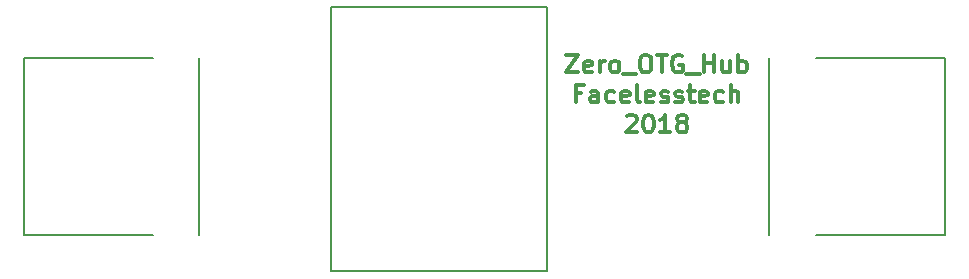
<source format=gbr>
G04 #@! TF.FileFunction,Legend,Top*
%FSLAX46Y46*%
G04 Gerber Fmt 4.6, Leading zero omitted, Abs format (unit mm)*
G04 Created by KiCad (PCBNEW 4.0.5+dfsg1-4) date Sat Aug 11 18:46:33 2018*
%MOMM*%
%LPD*%
G01*
G04 APERTURE LIST*
%ADD10C,0.100000*%
%ADD11C,0.300000*%
%ADD12C,0.150000*%
G04 APERTURE END LIST*
D10*
D11*
X165703572Y-93936429D02*
X165775001Y-93865000D01*
X165917858Y-93793571D01*
X166275001Y-93793571D01*
X166417858Y-93865000D01*
X166489287Y-93936429D01*
X166560715Y-94079286D01*
X166560715Y-94222143D01*
X166489287Y-94436429D01*
X165632144Y-95293571D01*
X166560715Y-95293571D01*
X167489286Y-93793571D02*
X167632143Y-93793571D01*
X167775000Y-93865000D01*
X167846429Y-93936429D01*
X167917858Y-94079286D01*
X167989286Y-94365000D01*
X167989286Y-94722143D01*
X167917858Y-95007857D01*
X167846429Y-95150714D01*
X167775000Y-95222143D01*
X167632143Y-95293571D01*
X167489286Y-95293571D01*
X167346429Y-95222143D01*
X167275000Y-95150714D01*
X167203572Y-95007857D01*
X167132143Y-94722143D01*
X167132143Y-94365000D01*
X167203572Y-94079286D01*
X167275000Y-93936429D01*
X167346429Y-93865000D01*
X167489286Y-93793571D01*
X169417857Y-95293571D02*
X168560714Y-95293571D01*
X168989286Y-95293571D02*
X168989286Y-93793571D01*
X168846429Y-94007857D01*
X168703571Y-94150714D01*
X168560714Y-94222143D01*
X170275000Y-94436429D02*
X170132142Y-94365000D01*
X170060714Y-94293571D01*
X169989285Y-94150714D01*
X169989285Y-94079286D01*
X170060714Y-93936429D01*
X170132142Y-93865000D01*
X170275000Y-93793571D01*
X170560714Y-93793571D01*
X170703571Y-93865000D01*
X170775000Y-93936429D01*
X170846428Y-94079286D01*
X170846428Y-94150714D01*
X170775000Y-94293571D01*
X170703571Y-94365000D01*
X170560714Y-94436429D01*
X170275000Y-94436429D01*
X170132142Y-94507857D01*
X170060714Y-94579286D01*
X169989285Y-94722143D01*
X169989285Y-95007857D01*
X170060714Y-95150714D01*
X170132142Y-95222143D01*
X170275000Y-95293571D01*
X170560714Y-95293571D01*
X170703571Y-95222143D01*
X170775000Y-95150714D01*
X170846428Y-95007857D01*
X170846428Y-94722143D01*
X170775000Y-94579286D01*
X170703571Y-94507857D01*
X170560714Y-94436429D01*
X161882144Y-91967857D02*
X161382144Y-91967857D01*
X161382144Y-92753571D02*
X161382144Y-91253571D01*
X162096430Y-91253571D01*
X163310715Y-92753571D02*
X163310715Y-91967857D01*
X163239286Y-91825000D01*
X163096429Y-91753571D01*
X162810715Y-91753571D01*
X162667858Y-91825000D01*
X163310715Y-92682143D02*
X163167858Y-92753571D01*
X162810715Y-92753571D01*
X162667858Y-92682143D01*
X162596429Y-92539286D01*
X162596429Y-92396429D01*
X162667858Y-92253571D01*
X162810715Y-92182143D01*
X163167858Y-92182143D01*
X163310715Y-92110714D01*
X164667858Y-92682143D02*
X164525001Y-92753571D01*
X164239287Y-92753571D01*
X164096429Y-92682143D01*
X164025001Y-92610714D01*
X163953572Y-92467857D01*
X163953572Y-92039286D01*
X164025001Y-91896429D01*
X164096429Y-91825000D01*
X164239287Y-91753571D01*
X164525001Y-91753571D01*
X164667858Y-91825000D01*
X165882143Y-92682143D02*
X165739286Y-92753571D01*
X165453572Y-92753571D01*
X165310715Y-92682143D01*
X165239286Y-92539286D01*
X165239286Y-91967857D01*
X165310715Y-91825000D01*
X165453572Y-91753571D01*
X165739286Y-91753571D01*
X165882143Y-91825000D01*
X165953572Y-91967857D01*
X165953572Y-92110714D01*
X165239286Y-92253571D01*
X166810715Y-92753571D02*
X166667857Y-92682143D01*
X166596429Y-92539286D01*
X166596429Y-91253571D01*
X167953571Y-92682143D02*
X167810714Y-92753571D01*
X167525000Y-92753571D01*
X167382143Y-92682143D01*
X167310714Y-92539286D01*
X167310714Y-91967857D01*
X167382143Y-91825000D01*
X167525000Y-91753571D01*
X167810714Y-91753571D01*
X167953571Y-91825000D01*
X168025000Y-91967857D01*
X168025000Y-92110714D01*
X167310714Y-92253571D01*
X168596428Y-92682143D02*
X168739285Y-92753571D01*
X169025000Y-92753571D01*
X169167857Y-92682143D01*
X169239285Y-92539286D01*
X169239285Y-92467857D01*
X169167857Y-92325000D01*
X169025000Y-92253571D01*
X168810714Y-92253571D01*
X168667857Y-92182143D01*
X168596428Y-92039286D01*
X168596428Y-91967857D01*
X168667857Y-91825000D01*
X168810714Y-91753571D01*
X169025000Y-91753571D01*
X169167857Y-91825000D01*
X169810714Y-92682143D02*
X169953571Y-92753571D01*
X170239286Y-92753571D01*
X170382143Y-92682143D01*
X170453571Y-92539286D01*
X170453571Y-92467857D01*
X170382143Y-92325000D01*
X170239286Y-92253571D01*
X170025000Y-92253571D01*
X169882143Y-92182143D01*
X169810714Y-92039286D01*
X169810714Y-91967857D01*
X169882143Y-91825000D01*
X170025000Y-91753571D01*
X170239286Y-91753571D01*
X170382143Y-91825000D01*
X170882143Y-91753571D02*
X171453572Y-91753571D01*
X171096429Y-91253571D02*
X171096429Y-92539286D01*
X171167857Y-92682143D01*
X171310715Y-92753571D01*
X171453572Y-92753571D01*
X172525000Y-92682143D02*
X172382143Y-92753571D01*
X172096429Y-92753571D01*
X171953572Y-92682143D01*
X171882143Y-92539286D01*
X171882143Y-91967857D01*
X171953572Y-91825000D01*
X172096429Y-91753571D01*
X172382143Y-91753571D01*
X172525000Y-91825000D01*
X172596429Y-91967857D01*
X172596429Y-92110714D01*
X171882143Y-92253571D01*
X173882143Y-92682143D02*
X173739286Y-92753571D01*
X173453572Y-92753571D01*
X173310714Y-92682143D01*
X173239286Y-92610714D01*
X173167857Y-92467857D01*
X173167857Y-92039286D01*
X173239286Y-91896429D01*
X173310714Y-91825000D01*
X173453572Y-91753571D01*
X173739286Y-91753571D01*
X173882143Y-91825000D01*
X174525000Y-92753571D02*
X174525000Y-91253571D01*
X175167857Y-92753571D02*
X175167857Y-91967857D01*
X175096428Y-91825000D01*
X174953571Y-91753571D01*
X174739286Y-91753571D01*
X174596428Y-91825000D01*
X174525000Y-91896429D01*
X160596429Y-88713571D02*
X161596429Y-88713571D01*
X160596429Y-90213571D01*
X161596429Y-90213571D01*
X162739285Y-90142143D02*
X162596428Y-90213571D01*
X162310714Y-90213571D01*
X162167857Y-90142143D01*
X162096428Y-89999286D01*
X162096428Y-89427857D01*
X162167857Y-89285000D01*
X162310714Y-89213571D01*
X162596428Y-89213571D01*
X162739285Y-89285000D01*
X162810714Y-89427857D01*
X162810714Y-89570714D01*
X162096428Y-89713571D01*
X163453571Y-90213571D02*
X163453571Y-89213571D01*
X163453571Y-89499286D02*
X163524999Y-89356429D01*
X163596428Y-89285000D01*
X163739285Y-89213571D01*
X163882142Y-89213571D01*
X164596428Y-90213571D02*
X164453570Y-90142143D01*
X164382142Y-90070714D01*
X164310713Y-89927857D01*
X164310713Y-89499286D01*
X164382142Y-89356429D01*
X164453570Y-89285000D01*
X164596428Y-89213571D01*
X164810713Y-89213571D01*
X164953570Y-89285000D01*
X165024999Y-89356429D01*
X165096428Y-89499286D01*
X165096428Y-89927857D01*
X165024999Y-90070714D01*
X164953570Y-90142143D01*
X164810713Y-90213571D01*
X164596428Y-90213571D01*
X165382142Y-90356429D02*
X166524999Y-90356429D01*
X167167856Y-88713571D02*
X167453570Y-88713571D01*
X167596428Y-88785000D01*
X167739285Y-88927857D01*
X167810713Y-89213571D01*
X167810713Y-89713571D01*
X167739285Y-89999286D01*
X167596428Y-90142143D01*
X167453570Y-90213571D01*
X167167856Y-90213571D01*
X167024999Y-90142143D01*
X166882142Y-89999286D01*
X166810713Y-89713571D01*
X166810713Y-89213571D01*
X166882142Y-88927857D01*
X167024999Y-88785000D01*
X167167856Y-88713571D01*
X168239285Y-88713571D02*
X169096428Y-88713571D01*
X168667857Y-90213571D02*
X168667857Y-88713571D01*
X170382142Y-88785000D02*
X170239285Y-88713571D01*
X170024999Y-88713571D01*
X169810714Y-88785000D01*
X169667856Y-88927857D01*
X169596428Y-89070714D01*
X169524999Y-89356429D01*
X169524999Y-89570714D01*
X169596428Y-89856429D01*
X169667856Y-89999286D01*
X169810714Y-90142143D01*
X170024999Y-90213571D01*
X170167856Y-90213571D01*
X170382142Y-90142143D01*
X170453571Y-90070714D01*
X170453571Y-89570714D01*
X170167856Y-89570714D01*
X170739285Y-90356429D02*
X171882142Y-90356429D01*
X172239285Y-90213571D02*
X172239285Y-88713571D01*
X172239285Y-89427857D02*
X173096428Y-89427857D01*
X173096428Y-90213571D02*
X173096428Y-88713571D01*
X174453571Y-89213571D02*
X174453571Y-90213571D01*
X173810714Y-89213571D02*
X173810714Y-89999286D01*
X173882142Y-90142143D01*
X174025000Y-90213571D01*
X174239285Y-90213571D01*
X174382142Y-90142143D01*
X174453571Y-90070714D01*
X175167857Y-90213571D02*
X175167857Y-88713571D01*
X175167857Y-89285000D02*
X175310714Y-89213571D01*
X175596428Y-89213571D01*
X175739285Y-89285000D01*
X175810714Y-89356429D01*
X175882143Y-89499286D01*
X175882143Y-89927857D01*
X175810714Y-90070714D01*
X175739285Y-90142143D01*
X175596428Y-90213571D01*
X175310714Y-90213571D01*
X175167857Y-90142143D01*
D12*
X192659000Y-104013000D02*
X192659000Y-89027000D01*
X192659000Y-89027000D02*
X181737000Y-89027000D01*
X192659000Y-104013000D02*
X181737000Y-104013000D01*
X177800000Y-89027000D02*
X177800000Y-104013000D01*
X114681000Y-89027000D02*
X114681000Y-104013000D01*
X114681000Y-104013000D02*
X125603000Y-104013000D01*
X114681000Y-89027000D02*
X125603000Y-89027000D01*
X129540000Y-104013000D02*
X129540000Y-89027000D01*
X159004000Y-107061000D02*
X140716000Y-107061000D01*
X140716000Y-107061000D02*
X140716000Y-84709000D01*
X140716000Y-84709000D02*
X159004000Y-84709000D01*
X159004000Y-84709000D02*
X159004000Y-107061000D01*
M02*

</source>
